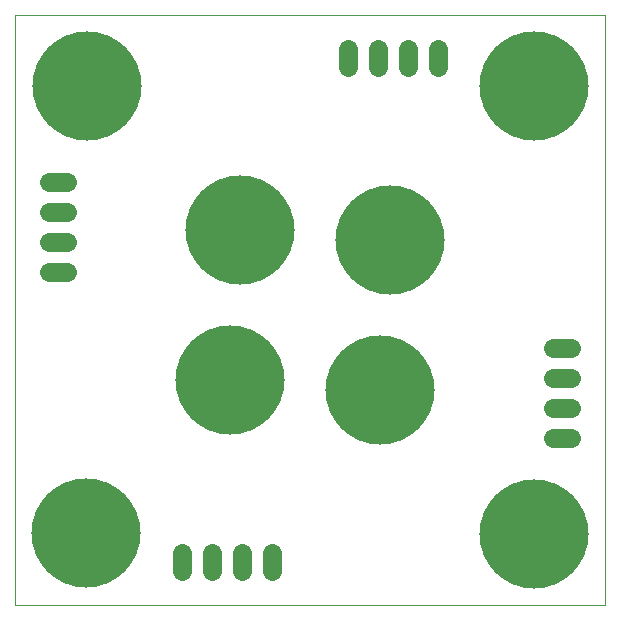
<source format=gbs>
G75*
G70*
%OFA0B0*%
%FSLAX24Y24*%
%IPPOS*%
%LPD*%
%AMOC8*
5,1,8,0,0,1.08239X$1,22.5*
%
%ADD10C,0.0000*%
%ADD11C,0.3640*%
%ADD12C,0.0640*%
D10*
X000181Y000181D02*
X000181Y019866D01*
X019866Y019866D01*
X019866Y000181D01*
X000181Y000181D01*
D11*
X002567Y002575D03*
X007355Y007693D03*
X012355Y007355D03*
X012693Y012355D03*
X007693Y012693D03*
X002575Y017481D03*
X017481Y017473D03*
X017473Y002567D03*
D12*
X018110Y005748D02*
X018710Y005748D01*
X018710Y006748D02*
X018110Y006748D01*
X018110Y007748D02*
X018710Y007748D01*
X018710Y008748D02*
X018110Y008748D01*
X014300Y018110D02*
X014300Y018710D01*
X013300Y018710D02*
X013300Y018110D01*
X012300Y018110D02*
X012300Y018710D01*
X011300Y018710D02*
X011300Y018110D01*
X001938Y014300D02*
X001338Y014300D01*
X001338Y013300D02*
X001938Y013300D01*
X001938Y012300D02*
X001338Y012300D01*
X001338Y011300D02*
X001938Y011300D01*
X005748Y001938D02*
X005748Y001338D01*
X006748Y001338D02*
X006748Y001938D01*
X007748Y001938D02*
X007748Y001338D01*
X008748Y001338D02*
X008748Y001938D01*
M02*

</source>
